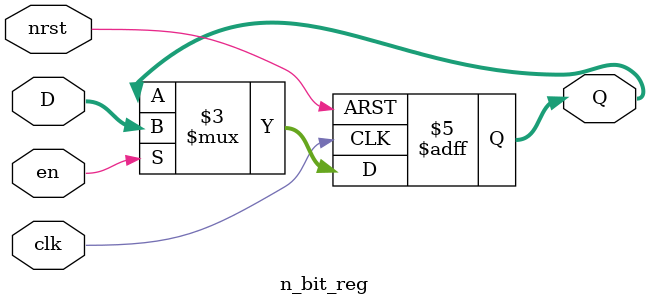
<source format=v>
`timescale 1ns / 1ps

// module to design n bit register tha has negative reset and input cl and enable and input data
//the output data = nbit input at rising edge of the clock when reset=1 and en=1
module n_bit_reg #(parameter WIDTH = 32)( // define a default width
 input [WIDTH-1:0] D,
 input clk, en, nrst,
 output reg [WIDTH-1:0] Q
 );
//system trigered at positive edge of the clock or negative edge of reset
 always @(posedge clk or negedge nrst)
    begin
        if (!nrst) begin // Low-active reset signal
            Q <= 0;//output =zero
        end
        else if (en) begin // high-active enable signal
            Q <= D; //output = input
        end
    end
endmodule

</source>
